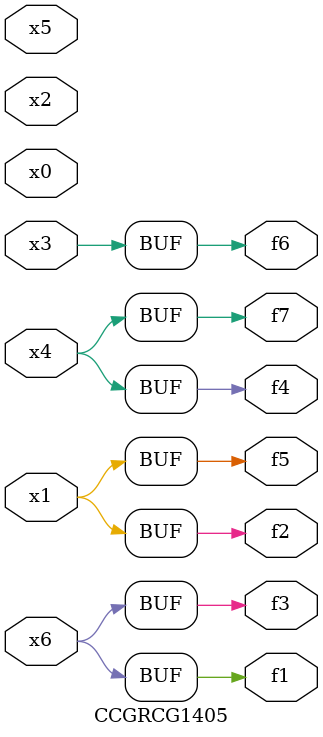
<source format=v>
module CCGRCG1405(
	input x0, x1, x2, x3, x4, x5, x6,
	output f1, f2, f3, f4, f5, f6, f7
);
	assign f1 = x6;
	assign f2 = x1;
	assign f3 = x6;
	assign f4 = x4;
	assign f5 = x1;
	assign f6 = x3;
	assign f7 = x4;
endmodule

</source>
